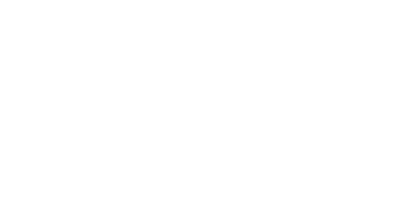
<source format=gbr>
%ICAS*%

%MOIN*%

%IPPOS*%

%ASAXBY*%

G74*%FSLAN2X34Y34*%

%ADD10C,0.0550*%

%ADD11R,0.0550X0.0550*%

%ADD12R,0.0500X0.0500*%

%ADD13R,0.0960X0.0960*%

%ADD14O,0.0590X0.0886*%

G54D37*

G01*

X0004900Y0002890D01*

X0012800Y0006640D02*

X0012480D01*

X0012390Y0006550D01*

X0011350D01*

X0010550Y0005750D01*

X0010050D01*

X0009750Y0005450D01*

Y0005150D01*

X0009300Y0004700D01*

</source>
